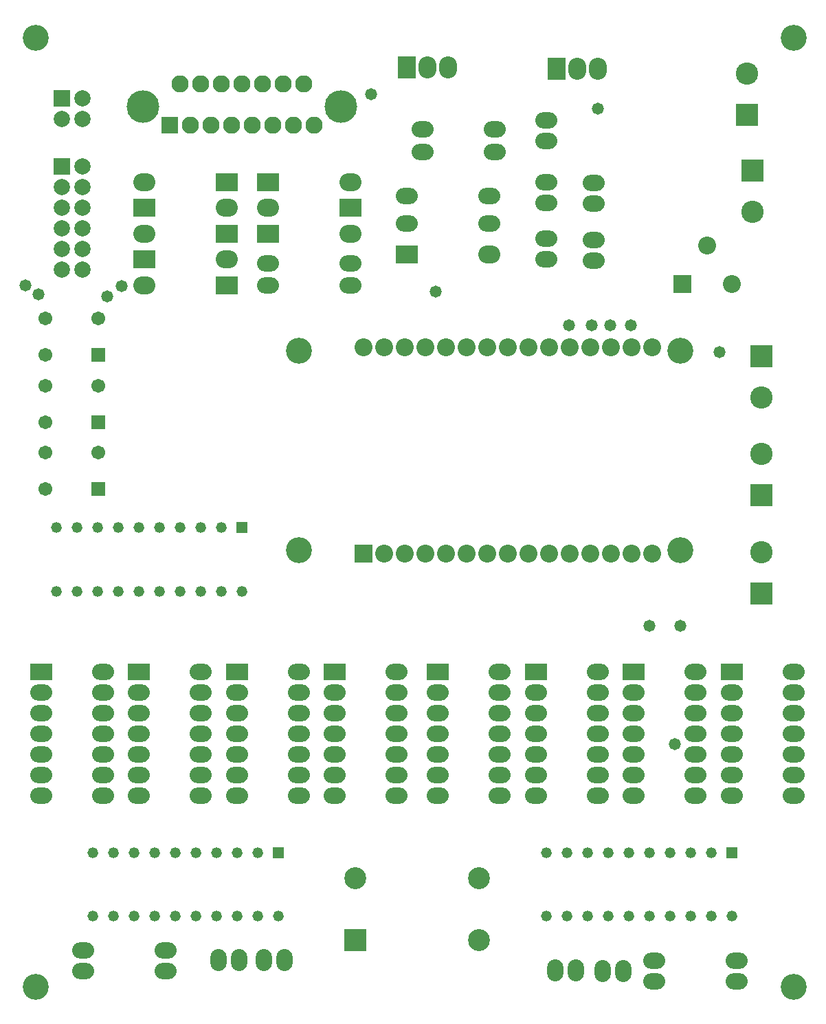
<source format=gbs>
G04*
G04 #@! TF.GenerationSoftware,Altium Limited,Altium Designer,24.0.1 (36)*
G04*
G04 Layer_Color=16711935*
%FSLAX44Y44*%
%MOMM*%
G71*
G04*
G04 #@! TF.SameCoordinates,F5D6D73F-2C16-40EA-88EE-8A7EB2D9318C*
G04*
G04*
G04 #@! TF.FilePolarity,Negative*
G04*
G01*
G75*
%ADD17O,2.2032X2.7032*%
%ADD18R,2.2032X2.7032*%
%ADD19C,2.7432*%
%ADD20R,2.7432X2.7432*%
%ADD21R,1.7112X1.7112*%
%ADD22C,1.7112*%
%ADD23O,2.7032X2.0032*%
%ADD24C,2.1082*%
%ADD25R,2.1082X2.1082*%
%ADD26C,4.0132*%
%ADD27C,3.2032*%
%ADD28R,2.2032X2.2032*%
%ADD29C,2.2032*%
%ADD30O,2.7032X2.0032*%
%ADD31R,2.2032X2.2032*%
%ADD32C,2.0032*%
%ADD33R,2.0032X2.0032*%
%ADD34O,2.7032X2.2032*%
%ADD35R,2.7032X2.2032*%
%ADD36R,2.7032X2.0032*%
%ADD37O,2.0032X2.7032*%
%ADD38C,2.7032*%
%ADD39R,2.7032X2.7032*%
%ADD40C,1.3208*%
%ADD41R,1.3208X1.3208*%
%ADD42C,1.4732*%
D17*
X596900Y1263650D02*
D03*
X571500D02*
D03*
X412749Y1265237D02*
D03*
X387349D02*
D03*
D18*
X546100Y1263650D02*
D03*
X361949Y1265237D02*
D03*
D19*
X781050Y1257300D02*
D03*
X787399Y1087437D02*
D03*
X798829Y788987D02*
D03*
Y858837D02*
D03*
Y668337D02*
D03*
D20*
X781050Y1206500D02*
D03*
X787399Y1138237D02*
D03*
X798829Y738187D02*
D03*
Y909637D02*
D03*
Y617537D02*
D03*
D21*
X-18300Y745850D02*
D03*
Y910950D02*
D03*
Y828400D02*
D03*
D22*
X-83300Y745850D02*
D03*
X-18300Y790850D02*
D03*
X-83300D02*
D03*
Y910950D02*
D03*
X-18300Y955950D02*
D03*
X-83300D02*
D03*
Y828400D02*
D03*
X-18300Y873400D02*
D03*
X-83300D02*
D03*
D23*
X-36830Y177800D02*
D03*
X64770D02*
D03*
X-88900Y495300D02*
D03*
Y469900D02*
D03*
Y444500D02*
D03*
Y419100D02*
D03*
Y393700D02*
D03*
Y368300D02*
D03*
X-12700Y520700D02*
D03*
Y495300D02*
D03*
Y469900D02*
D03*
Y444500D02*
D03*
Y419100D02*
D03*
Y393700D02*
D03*
Y368300D02*
D03*
X463550Y1073150D02*
D03*
X361950D02*
D03*
X361949Y1106487D02*
D03*
X463549D02*
D03*
X292100Y996950D02*
D03*
X190500D02*
D03*
X190499Y1023937D02*
D03*
X292099D02*
D03*
X762000Y495300D02*
D03*
Y469900D02*
D03*
Y444500D02*
D03*
Y419100D02*
D03*
Y393700D02*
D03*
Y368300D02*
D03*
X838200Y520700D02*
D03*
Y495300D02*
D03*
Y469900D02*
D03*
Y444500D02*
D03*
Y419100D02*
D03*
Y393700D02*
D03*
Y368300D02*
D03*
X641350Y495300D02*
D03*
Y469900D02*
D03*
Y444500D02*
D03*
Y419100D02*
D03*
Y393700D02*
D03*
Y368300D02*
D03*
X717550Y520700D02*
D03*
Y495300D02*
D03*
Y469900D02*
D03*
Y444500D02*
D03*
Y419100D02*
D03*
Y393700D02*
D03*
Y368300D02*
D03*
X520700Y495300D02*
D03*
Y469900D02*
D03*
Y444500D02*
D03*
Y419100D02*
D03*
Y393700D02*
D03*
Y368300D02*
D03*
X596900Y520700D02*
D03*
Y495300D02*
D03*
Y469900D02*
D03*
Y444500D02*
D03*
Y419100D02*
D03*
Y393700D02*
D03*
Y368300D02*
D03*
X400050Y495300D02*
D03*
Y469900D02*
D03*
Y444500D02*
D03*
Y419100D02*
D03*
Y393700D02*
D03*
Y368300D02*
D03*
X476250Y520700D02*
D03*
Y495300D02*
D03*
Y469900D02*
D03*
Y444500D02*
D03*
Y419100D02*
D03*
Y393700D02*
D03*
Y368300D02*
D03*
X273050Y495300D02*
D03*
Y469900D02*
D03*
Y444500D02*
D03*
Y419100D02*
D03*
Y393700D02*
D03*
Y368300D02*
D03*
X349250Y520700D02*
D03*
Y495300D02*
D03*
Y469900D02*
D03*
Y444500D02*
D03*
Y419100D02*
D03*
Y393700D02*
D03*
Y368300D02*
D03*
X152400Y495300D02*
D03*
Y469900D02*
D03*
Y444500D02*
D03*
Y419100D02*
D03*
Y393700D02*
D03*
Y368300D02*
D03*
X228600Y520700D02*
D03*
Y495300D02*
D03*
Y469900D02*
D03*
Y444500D02*
D03*
Y419100D02*
D03*
Y393700D02*
D03*
Y368300D02*
D03*
X31750Y495300D02*
D03*
Y469900D02*
D03*
Y444500D02*
D03*
Y419100D02*
D03*
Y393700D02*
D03*
Y368300D02*
D03*
X107950Y520700D02*
D03*
Y495300D02*
D03*
Y469900D02*
D03*
Y444500D02*
D03*
Y419100D02*
D03*
Y393700D02*
D03*
Y368300D02*
D03*
X666750Y165100D02*
D03*
X768350D02*
D03*
X666750Y139700D02*
D03*
X768350D02*
D03*
X-36830Y152400D02*
D03*
X64770D02*
D03*
D24*
X247650Y1193800D02*
D03*
X234950Y1244600D02*
D03*
X222250Y1193800D02*
D03*
X209550Y1244600D02*
D03*
X196850Y1193800D02*
D03*
X184150Y1244600D02*
D03*
X171450Y1193800D02*
D03*
X158750Y1244600D02*
D03*
X146050Y1193800D02*
D03*
X133350Y1244600D02*
D03*
X120650Y1193800D02*
D03*
X107950Y1244600D02*
D03*
X95250Y1193800D02*
D03*
X82550Y1244600D02*
D03*
D25*
X69850Y1193800D02*
D03*
D26*
X280670Y1216914D02*
D03*
X36830D02*
D03*
D27*
X228800Y916050D02*
D03*
X698300Y670950D02*
D03*
Y916050D02*
D03*
X228800Y670950D02*
D03*
X838200Y133350D02*
D03*
X-95250Y1301750D02*
D03*
X838200D02*
D03*
X-95250Y133350D02*
D03*
D28*
X308400Y666750D02*
D03*
D29*
X333800D02*
D03*
X359200D02*
D03*
X384600D02*
D03*
X410000D02*
D03*
X435400D02*
D03*
X460800D02*
D03*
X486200D02*
D03*
X511600D02*
D03*
X537000D02*
D03*
X562400D02*
D03*
X587800D02*
D03*
X613200D02*
D03*
X638600D02*
D03*
X664000D02*
D03*
X308400Y920750D02*
D03*
X333800D02*
D03*
X359200D02*
D03*
X384600D02*
D03*
X410000D02*
D03*
X435400D02*
D03*
X460800D02*
D03*
X486200D02*
D03*
X511600D02*
D03*
X537000D02*
D03*
X562400D02*
D03*
X587800D02*
D03*
X613200D02*
D03*
X638600D02*
D03*
X664000D02*
D03*
X761840Y998601D02*
D03*
X731360Y1045591D02*
D03*
D30*
X469899Y1161097D02*
D03*
Y1189037D02*
D03*
X533400Y1098550D02*
D03*
Y1123950D02*
D03*
Y1054100D02*
D03*
Y1028700D02*
D03*
Y1174750D02*
D03*
Y1200150D02*
D03*
X591820Y1097490D02*
D03*
Y1122890D02*
D03*
Y1052830D02*
D03*
Y1027430D02*
D03*
X380999Y1161097D02*
D03*
Y1189037D02*
D03*
D31*
X700880Y998601D02*
D03*
D32*
X-38100Y1016000D02*
D03*
X-63500D02*
D03*
X-38100Y1041400D02*
D03*
X-63500D02*
D03*
X-38100Y1066800D02*
D03*
X-63500D02*
D03*
X-38100Y1092200D02*
D03*
X-63500D02*
D03*
X-38100Y1117600D02*
D03*
X-63500D02*
D03*
X-38100Y1143000D02*
D03*
X-38101Y1227137D02*
D03*
X-63501Y1201737D02*
D03*
X-38101D02*
D03*
D33*
X-63500Y1143000D02*
D03*
X-63501Y1227137D02*
D03*
D34*
X463550Y1035050D02*
D03*
X38100Y996950D02*
D03*
Y1123950D02*
D03*
X139700Y1092200D02*
D03*
X292100Y1123950D02*
D03*
X190500Y1092200D02*
D03*
X38100Y1060450D02*
D03*
X139700Y1028700D02*
D03*
X292100Y1060450D02*
D03*
D35*
X361950Y1035050D02*
D03*
X139700Y996950D02*
D03*
Y1123950D02*
D03*
X38100Y1092200D02*
D03*
X190500Y1123950D02*
D03*
X292100Y1092200D02*
D03*
X139700Y1060450D02*
D03*
X38100Y1028700D02*
D03*
X190500Y1060450D02*
D03*
D36*
X-88900Y520700D02*
D03*
X762000D02*
D03*
X641350D02*
D03*
X520700D02*
D03*
X400050D02*
D03*
X273050D02*
D03*
X152400D02*
D03*
X31750D02*
D03*
D37*
X129540Y166370D02*
D03*
X154940D02*
D03*
X544830Y153670D02*
D03*
X570230D02*
D03*
X603250Y152400D02*
D03*
X628650D02*
D03*
X210611Y166370D02*
D03*
X185210D02*
D03*
D38*
X298450Y266700D02*
D03*
X450850D02*
D03*
Y190500D02*
D03*
D39*
X298450D02*
D03*
D40*
X762000Y220030D02*
D03*
X736600D02*
D03*
X711200D02*
D03*
X685800D02*
D03*
X660400D02*
D03*
X635000D02*
D03*
X609600D02*
D03*
X584200D02*
D03*
X558800D02*
D03*
X533400D02*
D03*
Y298450D02*
D03*
X558800D02*
D03*
X584200D02*
D03*
X609600D02*
D03*
X635000D02*
D03*
X660400D02*
D03*
X685800D02*
D03*
X711200D02*
D03*
X736600D02*
D03*
X158750Y620080D02*
D03*
X133350D02*
D03*
X107950D02*
D03*
X82550D02*
D03*
X57150D02*
D03*
X31750D02*
D03*
X6350D02*
D03*
X-19050D02*
D03*
X-44450D02*
D03*
X-69850D02*
D03*
Y698500D02*
D03*
X-44450D02*
D03*
X-19050D02*
D03*
X6350D02*
D03*
X31750D02*
D03*
X57150D02*
D03*
X82550D02*
D03*
X107950D02*
D03*
X133350D02*
D03*
X203200Y220030D02*
D03*
X177800D02*
D03*
X152400D02*
D03*
X127000D02*
D03*
X101600D02*
D03*
X76200D02*
D03*
X50800D02*
D03*
X25400D02*
D03*
X0D02*
D03*
X-25400D02*
D03*
Y298450D02*
D03*
X0D02*
D03*
X25400D02*
D03*
X50800D02*
D03*
X76200D02*
D03*
X101600D02*
D03*
X127000D02*
D03*
X152400D02*
D03*
X177800D02*
D03*
D41*
X762000D02*
D03*
X158750Y698500D02*
D03*
X203200Y298450D02*
D03*
D42*
X637540Y947420D02*
D03*
X612140D02*
D03*
X589280D02*
D03*
X596900Y1214120D02*
D03*
X561340Y947420D02*
D03*
X10160Y995680D02*
D03*
X-7620Y982980D02*
D03*
X-91819Y986026D02*
D03*
X746760Y914400D02*
D03*
X-107950Y996950D02*
D03*
X397410Y989330D02*
D03*
X692150Y431800D02*
D03*
X698500Y577850D02*
D03*
X660400D02*
D03*
X317500Y1231900D02*
D03*
M02*

</source>
